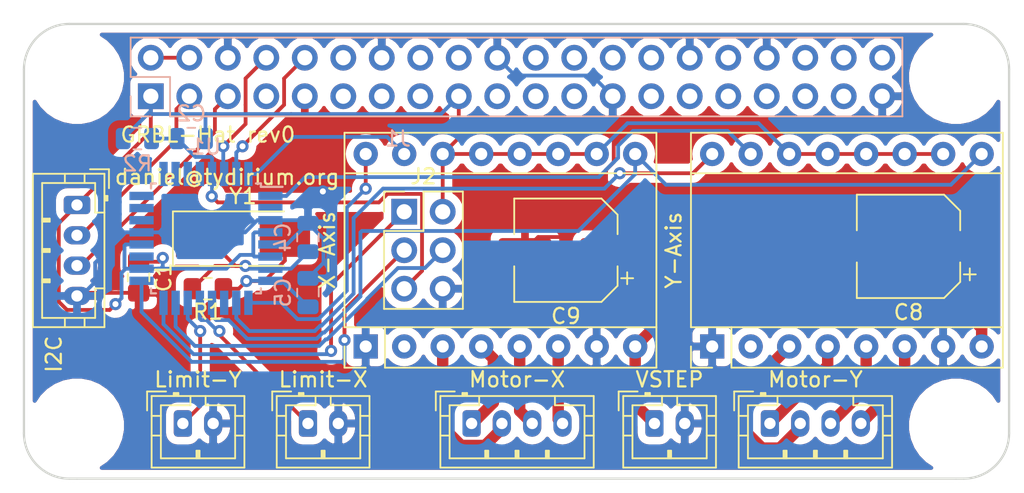
<source format=kicad_pcb>
(kicad_pcb (version 20171130) (host pcbnew "(5.1.4-0-10_14)")
  (title_block (title "Raspberry Pi Zero (W) uHAT Template Board") (date 2019-02-28) (rev 1.0) (comment 1 "This PCB design is licensed under MIT Open Source License."))
  (layers (0 F.Cu signal) (31 B.Cu signal) (34 B.Paste user) (35 F.Paste user) (36 B.SilkS user) (37 F.SilkS user) (38 B.Mask user) (39 F.Mask user) (44 Edge.Cuts user))
  (net 0 "")
  (net 1 +3V3)
  (net 2 +5V)
  (net 3 GND)
  (net 4 /GPIO4_GPIO_GCLK)
  (net 5 /GPIO17_GEN0)
  (net 6 /GPIO18_GEN1)
  (net 7 /GPIO27_GEN2)
  (net 8 /GPIO22_GEN3)
  (net 9 /GPIO23_GEN4)
  (net 10 /GPIO24_GEN5)
  (net 11 /GPIO10_SPI_MOSI)
  (net 12 /GPIO9_SPI_MISO)
  (net 13 /GPIO25_GEN6)
  (net 14 /GPIO11_SPI_SCLK)
  (net 15 /GPIO8_SPI_CE0_N)
  (net 16 /GPIO7_SPI_CE1_N)
  (net 17 /ID_SD)
  (net 18 /ID_SC)
  (net 19 /GPIO5)
  (net 20 /GPIO6)
  (net 21 /GPIO12)
  (net 22 /GPIO13)
  (net 23 /GPIO19)
  (net 24 /GPIO16)
  (net 25 /GPIO26)
  (net 26 /GPIO20)
  (net 27 /GPIO21)
  (net 28 DIRX)
  (net 29 "Net-(A1-Pad8)")
  (net 30 STEPX)
  (net 31 "Net-(A1-Pad6)")
  (net 32 "Net-(A1-Pad5)")
  (net 33 "Net-(A1-Pad4)")
  (net 34 "Net-(A1-Pad3)")
  (net 35 "Net-(A1-Pad2)")
  (net 36 EN)
  (net 37 "Net-(A2-Pad2)")
  (net 38 "Net-(A2-Pad3)")
  (net 39 "Net-(A2-Pad4)")
  (net 40 "Net-(A2-Pad5)")
  (net 41 "Net-(A2-Pad6)")
  (net 42 STEPY)
  (net 43 DIRY)
  (net 44 RESET)
  (net 45 "Net-(C4-Pad2)")
  (net 46 "Net-(C5-Pad2)")
  (net 47 RXD)
  (net 48 TXD)
  (net 49 MISO)
  (net 50 SCK)
  (net 51 MOSI)
  (net 52 LIMITX)
  (net 53 LIMITY)
  (net 54 "Net-(U1-Pad2)")
  (net 55 "Net-(U1-Pad11)")
  (net 56 "Net-(U1-Pad19)")
  (net 57 "Net-(U1-Pad22)")
  (net 58 "Net-(U1-Pad23)")
  (net 59 "Net-(U1-Pad24)")
  (net 60 "Net-(U1-Pad25)")
  (net 61 "Net-(U1-Pad26)")
  (net 62 "Net-(U1-Pad27)")
  (net 63 "Net-(U1-Pad28)")
  (net 64 SDA)
  (net 65 SCL)
  (module Capacitor_SMD:CP_Elec_6.3x7.7 (layer F.Cu) (at 153.29 105.998 180)
    (fp_text reference C9 (at 0 -4.35) (layer F.SilkS))
    (fp_text value 100u)
    (pad 1 smd roundrect (at -2.7 0 180) (size 3.5 1.6) (layers F.Cu F.Paste F.Mask) (roundrect_rratio 0.15625) (net 29 "Net-(A1-Pad8)"))
    (pad 2 smd roundrect (at 2.7 0 180) (size 3.5 1.6) (layers F.Cu F.Paste F.Mask) (roundrect_rratio 0.15625) (net 3 GND))
  )
  (module Module:Pololu_Breakout-16_15.2x20.3mm (layer F.Cu) (at 140.082 112.348 90)
    (fp_text reference X-Axis (at 6.35 -2.54 90) (layer F.SilkS))
    (fp_text value X-axis)
    (pad 16 thru_hole oval (at 12.7 0 90) (size 1.6 1.6) (drill 0.8) (layers *.Cu *.Mask) (net 28 DIRX))
    (pad 8 thru_hole oval (at 0 17.78 90) (size 1.6 1.6) (drill 0.8) (layers *.Cu *.Mask) (net 29 "Net-(A1-Pad8)"))
    (pad 15 thru_hole oval (at 12.7 2.54 90) (size 1.6 1.6) (drill 0.8) (layers *.Cu *.Mask) (net 30 STEPX))
    (pad 7 thru_hole oval (at 0 15.24 90) (size 1.6 1.6) (drill 0.8) (layers *.Cu *.Mask) (net 3 GND))
    (pad 14 thru_hole oval (at 12.7 5.08 90) (size 1.6 1.6) (drill 0.8) (layers *.Cu *.Mask) (net 1 +3V3))
    (pad 6 thru_hole oval (at 0 12.7 90) (size 1.6 1.6) (drill 0.8) (layers *.Cu *.Mask) (net 31 "Net-(A1-Pad6)"))
    (pad 13 thru_hole oval (at 12.7 7.62 90) (size 1.6 1.6) (drill 0.8) (layers *.Cu *.Mask) (net 1 +3V3))
    (pad 5 thru_hole oval (at 0 10.16 90) (size 1.6 1.6) (drill 0.8) (layers *.Cu *.Mask) (net 32 "Net-(A1-Pad5)"))
    (pad 12 thru_hole oval (at 12.7 10.16 90) (size 1.6 1.6) (drill 0.8) (layers *.Cu *.Mask) (net 1 +3V3))
    (pad 4 thru_hole oval (at 0 7.62 90) (size 1.6 1.6) (drill 0.8) (layers *.Cu *.Mask) (net 33 "Net-(A1-Pad4)"))
    (pad 11 thru_hole oval (at 12.7 12.7 90) (size 1.6 1.6) (drill 0.8) (layers *.Cu *.Mask) (net 1 +3V3))
    (pad 3 thru_hole oval (at 0 5.08 90) (size 1.6 1.6) (drill 0.8) (layers *.Cu *.Mask) (net 34 "Net-(A1-Pad3)"))
    (pad 10 thru_hole oval (at 12.7 15.24 90) (size 1.6 1.6) (drill 0.8) (layers *.Cu *.Mask) (net 1 +3V3))
    (pad 2 thru_hole oval (at 0 2.54 90) (size 1.6 1.6) (drill 0.8) (layers *.Cu *.Mask) (net 35 "Net-(A1-Pad2)"))
    (pad 9 thru_hole oval (at 12.7 17.78 90) (size 1.6 1.6) (drill 0.8) (layers *.Cu *.Mask) (net 36 EN))
    (pad 1 thru_hole rect (at 0 0 90) (size 1.6 1.6) (drill 0.8) (layers *.Cu *.Mask) (net 3 GND))
  )
  (module Connector_PinHeader_2.54mm:PinHeader_2x03_P2.54mm_Vertical (layer F.Cu) (at 142.622 103.458)
    (fp_text reference J2 (at 1.27 -2.33) (layer F.SilkS))
    (fp_text value ISP)
    (pad 1 thru_hole rect (at 0 0) (size 1.7 1.7) (drill 1) (layers *.Cu *.Mask) (net 49 MISO))
    (pad 2 thru_hole oval (at 2.54 0) (size 1.7 1.7) (drill 1) (layers *.Cu *.Mask) (net 1 +3V3))
    (pad 3 thru_hole oval (at 0 2.54) (size 1.7 1.7) (drill 1) (layers *.Cu *.Mask) (net 50 SCK))
    (pad 4 thru_hole oval (at 2.54 2.54) (size 1.7 1.7) (drill 1) (layers *.Cu *.Mask) (net 51 MOSI))
    (pad 5 thru_hole oval (at 0 5.08) (size 1.7 1.7) (drill 1) (layers *.Cu *.Mask) (net 44 RESET))
    (pad 6 thru_hole oval (at 2.54 5.08) (size 1.7 1.7) (drill 1) (layers *.Cu *.Mask) (net 3 GND))
  )
  (module Module:Pololu_Breakout-16_15.2x20.3mm (layer F.Cu) (at 162.942 112.348 90)
    (fp_text reference Y-Axis (at 6.35 -2.54 90) (layer F.SilkS))
    (fp_text value Y-axis)
    (pad 1 thru_hole rect (at 0 0 90) (size 1.6 1.6) (drill 0.8) (layers *.Cu *.Mask) (net 3 GND))
    (pad 9 thru_hole oval (at 12.7 17.78 90) (size 1.6 1.6) (drill 0.8) (layers *.Cu *.Mask) (net 36 EN))
    (pad 2 thru_hole oval (at 0 2.54 90) (size 1.6 1.6) (drill 0.8) (layers *.Cu *.Mask) (net 37 "Net-(A2-Pad2)"))
    (pad 10 thru_hole oval (at 12.7 15.24 90) (size 1.6 1.6) (drill 0.8) (layers *.Cu *.Mask) (net 1 +3V3))
    (pad 3 thru_hole oval (at 0 5.08 90) (size 1.6 1.6) (drill 0.8) (layers *.Cu *.Mask) (net 38 "Net-(A2-Pad3)"))
    (pad 11 thru_hole oval (at 12.7 12.7 90) (size 1.6 1.6) (drill 0.8) (layers *.Cu *.Mask) (net 1 +3V3))
    (pad 4 thru_hole oval (at 0 7.62 90) (size 1.6 1.6) (drill 0.8) (layers *.Cu *.Mask) (net 39 "Net-(A2-Pad4)"))
    (pad 12 thru_hole oval (at 12.7 10.16 90) (size 1.6 1.6) (drill 0.8) (layers *.Cu *.Mask) (net 1 +3V3))
    (pad 5 thru_hole oval (at 0 10.16 90) (size 1.6 1.6) (drill 0.8) (layers *.Cu *.Mask) (net 40 "Net-(A2-Pad5)"))
    (pad 13 thru_hole oval (at 12.7 7.62 90) (size 1.6 1.6) (drill 0.8) (layers *.Cu *.Mask) (net 1 +3V3))
    (pad 6 thru_hole oval (at 0 12.7 90) (size 1.6 1.6) (drill 0.8) (layers *.Cu *.Mask) (net 41 "Net-(A2-Pad6)"))
    (pad 14 thru_hole oval (at 12.7 5.08 90) (size 1.6 1.6) (drill 0.8) (layers *.Cu *.Mask) (net 1 +3V3))
    (pad 7 thru_hole oval (at 0 15.24 90) (size 1.6 1.6) (drill 0.8) (layers *.Cu *.Mask) (net 3 GND))
    (pad 15 thru_hole oval (at 12.7 2.54 90) (size 1.6 1.6) (drill 0.8) (layers *.Cu *.Mask) (net 42 STEPY))
    (pad 8 thru_hole oval (at 0 17.78 90) (size 1.6 1.6) (drill 0.8) (layers *.Cu *.Mask) (net 29 "Net-(A1-Pad8)"))
    (pad 16 thru_hole oval (at 12.7 0 90) (size 1.6 1.6) (drill 0.8) (layers *.Cu *.Mask) (net 43 DIRY))
  )
  (module Connector_JST:JST_PH_B4B-PH-K_1x04_P2.00mm_Vertical (layer F.Cu) (at 147.067 117.428)
    (fp_text reference Motor-X (at 3 -2.9) (layer F.SilkS))
    (fp_text value MOTOR_X)
    (pad 4 thru_hole oval (at 6 0) (size 1.2 1.75) (drill 0.75) (layers *.Cu *.Mask) (net 31 "Net-(A1-Pad6)"))
    (pad 3 thru_hole oval (at 4 0) (size 1.2 1.75) (drill 0.75) (layers *.Cu *.Mask) (net 32 "Net-(A1-Pad5)"))
    (pad 2 thru_hole oval (at 2 0) (size 1.2 1.75) (drill 0.75) (layers *.Cu *.Mask) (net 34 "Net-(A1-Pad3)"))
    (pad 1 thru_hole roundrect (at 0 0) (size 1.2 1.75) (drill 0.75) (layers *.Cu *.Mask) (roundrect_rratio 0.208333) (net 33 "Net-(A1-Pad4)"))
  )
  (module lib:PinSocket_2x20_P2.54mm_Vertical_Centered_Anchor (layer B.Cu) (at 125.902 95.838 270)
    (fp_text reference J1 (at 2.8 -16.3) (layer B.SilkS) (effects (justify mirror)))
    (fp_text value GPIO_CONNECTOR)
    (pad 1 thru_hole rect (at 0 0 270) (size 1.7 1.7) (drill 1) (layers *.Cu *.Mask) (net 1 +3V3))
    (pad 2 thru_hole oval (at -2.54 0 270) (size 1.7 1.7) (drill 1) (layers *.Cu *.Mask) (net 2 +5V))
    (pad 3 thru_hole oval (at 0 -2.54 270) (size 1.7 1.7) (drill 1) (layers *.Cu *.Mask) (net 64 SDA))
    (pad 4 thru_hole oval (at -2.54 -2.54 270) (size 1.7 1.7) (drill 1) (layers *.Cu *.Mask) (net 2 +5V))
    (pad 5 thru_hole oval (at 0 -5.08 270) (size 1.7 1.7) (drill 1) (layers *.Cu *.Mask) (net 65 SCL))
    (pad 6 thru_hole oval (at -2.54 -5.08 270) (size 1.7 1.7) (drill 1) (layers *.Cu *.Mask) (net 3 GND))
    (pad 7 thru_hole oval (at 0 -7.62 270) (size 1.7 1.7) (drill 1) (layers *.Cu *.Mask) (net 4 /GPIO4_GPIO_GCLK))
    (pad 8 thru_hole oval (at -2.54 -7.62 270) (size 1.7 1.7) (drill 1) (layers *.Cu *.Mask) (net 47 RXD))
    (pad 9 thru_hole oval (at 0 -10.16 270) (size 1.7 1.7) (drill 1) (layers *.Cu *.Mask) (net 3 GND))
    (pad 10 thru_hole oval (at -2.54 -10.16 270) (size 1.7 1.7) (drill 1) (layers *.Cu *.Mask) (net 48 TXD))
    (pad 11 thru_hole oval (at 0 -12.7 270) (size 1.7 1.7) (drill 1) (layers *.Cu *.Mask) (net 5 /GPIO17_GEN0))
    (pad 12 thru_hole oval (at -2.54 -12.7 270) (size 1.7 1.7) (drill 1) (layers *.Cu *.Mask) (net 6 /GPIO18_GEN1))
    (pad 13 thru_hole oval (at 0 -15.24 270) (size 1.7 1.7) (drill 1) (layers *.Cu *.Mask) (net 7 /GPIO27_GEN2))
    (pad 14 thru_hole oval (at -2.54 -15.24 270) (size 1.7 1.7) (drill 1) (layers *.Cu *.Mask) (net 3 GND))
    (pad 15 thru_hole oval (at 0 -17.78 270) (size 1.7 1.7) (drill 1) (layers *.Cu *.Mask) (net 8 /GPIO22_GEN3))
    (pad 16 thru_hole oval (at -2.54 -17.78 270) (size 1.7 1.7) (drill 1) (layers *.Cu *.Mask) (net 9 /GPIO23_GEN4))
    (pad 17 thru_hole oval (at 0 -20.32 270) (size 1.7 1.7) (drill 1) (layers *.Cu *.Mask) (net 1 +3V3))
    (pad 18 thru_hole oval (at -2.54 -20.32 270) (size 1.7 1.7) (drill 1) (layers *.Cu *.Mask) (net 10 /GPIO24_GEN5))
    (pad 19 thru_hole oval (at 0 -22.86 270) (size 1.7 1.7) (drill 1) (layers *.Cu *.Mask) (net 11 /GPIO10_SPI_MOSI))
    (pad 20 thru_hole oval (at -2.54 -22.86 270) (size 1.7 1.7) (drill 1) (layers *.Cu *.Mask) (net 3 GND))
    (pad 21 thru_hole oval (at 0 -25.4 270) (size 1.7 1.7) (drill 1) (layers *.Cu *.Mask) (net 12 /GPIO9_SPI_MISO))
    (pad 22 thru_hole oval (at -2.54 -25.4 270) (size 1.7 1.7) (drill 1) (layers *.Cu *.Mask) (net 13 /GPIO25_GEN6))
    (pad 23 thru_hole oval (at 0 -27.94 270) (size 1.7 1.7) (drill 1) (layers *.Cu *.Mask) (net 14 /GPIO11_SPI_SCLK))
    (pad 24 thru_hole oval (at -2.54 -27.94 270) (size 1.7 1.7) (drill 1) (layers *.Cu *.Mask) (net 15 /GPIO8_SPI_CE0_N))
    (pad 25 thru_hole oval (at 0 -30.48 270) (size 1.7 1.7) (drill 1) (layers *.Cu *.Mask) (net 3 GND))
    (pad 26 thru_hole oval (at -2.54 -30.48 270) (size 1.7 1.7) (drill 1) (layers *.Cu *.Mask) (net 16 /GPIO7_SPI_CE1_N))
    (pad 27 thru_hole oval (at 0 -33.02 270) (size 1.7 1.7) (drill 1) (layers *.Cu *.Mask) (net 17 /ID_SD))
    (pad 28 thru_hole oval (at -2.54 -33.02 270) (size 1.7 1.7) (drill 1) (layers *.Cu *.Mask) (net 18 /ID_SC))
    (pad 29 thru_hole oval (at 0 -35.56 270) (size 1.7 1.7) (drill 1) (layers *.Cu *.Mask) (net 19 /GPIO5))
    (pad 30 thru_hole oval (at -2.54 -35.56 270) (size 1.7 1.7) (drill 1) (layers *.Cu *.Mask) (net 3 GND))
    (pad 31 thru_hole oval (at 0 -38.1 270) (size 1.7 1.7) (drill 1) (layers *.Cu *.Mask) (net 20 /GPIO6))
    (pad 32 thru_hole oval (at -2.54 -38.1 270) (size 1.7 1.7) (drill 1) (layers *.Cu *.Mask) (net 21 /GPIO12))
    (pad 33 thru_hole oval (at 0 -40.64 270) (size 1.7 1.7) (drill 1) (layers *.Cu *.Mask) (net 22 /GPIO13))
    (pad 34 thru_hole oval (at -2.54 -40.64 270) (size 1.7 1.7) (drill 1) (layers *.Cu *.Mask) (net 3 GND))
    (pad 35 thru_hole oval (at 0 -43.18 270) (size 1.7 1.7) (drill 1) (layers *.Cu *.Mask) (net 23 /GPIO19))
    (pad 36 thru_hole oval (at -2.54 -43.18 270) (size 1.7 1.7) (drill 1) (layers *.Cu *.Mask) (net 24 /GPIO16))
    (pad 37 thru_hole oval (at 0 -45.72 270) (size 1.7 1.7) (drill 1) (layers *.Cu *.Mask) (net 25 /GPIO26))
    (pad 38 thru_hole oval (at -2.54 -45.72 270) (size 1.7 1.7) (drill 1) (layers *.Cu *.Mask) (net 26 /GPIO20))
    (pad 39 thru_hole oval (at 0 -48.26 270) (size 1.7 1.7) (drill 1) (layers *.Cu *.Mask) (net 3 GND))
    (pad 40 thru_hole oval (at -2.54 -48.26 270) (size 1.7 1.7) (drill 1) (layers *.Cu *.Mask) (net 27 /GPIO21))
  )
  (module lib:MountingHole_2.7mm_M2.5_uHAT_RPi (layer F.Cu) (at 121.032 94.568)
    (fp_text reference H1 hide)
    (fp_text value MountingHole hide)
    (pad "" np_thru_hole circle (at 0 0) (size 2.7 2.7) (drill 2.7) (layers *.Cu *.Mask) (clearance 1.75))
  )
  (module lib:MountingHole_2.7mm_M2.5_uHAT_RPi (layer F.Cu) (at 179.032 94.568)
    (fp_text reference H2 hide)
    (fp_text value MountingHole hide)
    (pad "" np_thru_hole circle (at 0 0) (size 2.7 2.7) (drill 2.7) (layers *.Cu *.Mask) (clearance 1.75))
  )
  (module lib:MountingHole_2.7mm_M2.5_uHAT_RPi (layer F.Cu) (at 179.032 117.568)
    (fp_text reference H3 hide)
    (fp_text value MountingHole hide)
    (pad "" np_thru_hole circle (at 0 0) (size 2.7 2.7) (drill 2.7) (layers *.Cu *.Mask) (clearance 1.75))
  )
  (module lib:MountingHole_2.7mm_M2.5_uHAT_RPi (layer F.Cu) (at 121.032 117.568)
    (fp_text reference H4 hide)
    (fp_text value MountingHole hide)
    (pad "" np_thru_hole circle (at 0 0) (size 2.7 2.7) (drill 2.7) (layers *.Cu *.Mask) (clearance 1.75))
  )
  (module Capacitor_SMD:C_0805_2012Metric (layer B.Cu) (at 128.5735 98.632 180)
    (fp_text reference C2 (at 0 1.65) (layer B.SilkS) (effects (justify mirror)))
    (fp_text value 100n)
    (pad 2 smd roundrect (at 0.9375 0 180) (size 0.975 1.4) (layers B.Cu B.Paste B.Mask) (net 44 RESET))
    (pad 1 smd roundrect (at -0.9375 0 180) (size 0.975 1.4) (layers B.Cu B.Paste B.Mask) (net 1 +3V3))
  )
  (module Capacitor_SMD:C_0805_2012Metric (layer B.Cu) (at 136.272 105.1575 270)
    (fp_text reference C4 (at 0 1.65 90) (layer B.SilkS) (effects (justify mirror)))
    (fp_text value 33p)
    (pad 1 smd roundrect (at -0.9375 0 270) (size 0.975 1.4) (layers B.Cu B.Paste B.Mask) (net 3 GND))
    (pad 2 smd roundrect (at 0.9375 0 270) (size 0.975 1.4) (layers B.Cu B.Paste B.Mask) (net 45 "Net-(C4-Pad2)"))
  )
  (module Capacitor_SMD:C_0805_2012Metric (layer B.Cu) (at 136.272 108.792 270)
    (fp_text reference C5 (at 0 1.65 270) (layer B.SilkS) (effects (justify mirror)))
    (fp_text value 33p)
    (pad 2 smd roundrect (at 0.9375 0 270) (size 0.975 1.4) (layers B.Cu B.Paste B.Mask) (net 46 "Net-(C5-Pad2)"))
    (pad 1 smd roundrect (at -0.9375 0 270) (size 0.975 1.4) (layers B.Cu B.Paste B.Mask) (net 3 GND))
  )
  (module Capacitor_SMD:CP_Elec_6.3x7.7 (layer F.Cu) (at 175.896 105.744 180)
    (fp_text reference C8 (at 0 -4.35) (layer F.SilkS))
    (fp_text value 100u)
    (pad 1 smd roundrect (at -2.7 0 180) (size 3.5 1.6) (layers F.Cu F.Paste F.Mask) (roundrect_rratio 0.15625) (net 29 "Net-(A1-Pad8)"))
    (pad 2 smd roundrect (at 2.7 0 180) (size 3.5 1.6) (layers F.Cu F.Paste F.Mask) (roundrect_rratio 0.15625) (net 3 GND))
  )
  (module Connector_JST:JST_PH_B2B-PH-K_1x02_P2.00mm_Vertical (layer F.Cu) (at 136.272 117.428)
    (fp_text reference Limit-X (at 1 -2.9) (layer F.SilkS))
    (fp_text value LIMIT_X)
    (pad 2 thru_hole oval (at 2 0) (size 1.2 1.75) (drill 0.75) (layers *.Cu *.Mask) (net 3 GND))
    (pad 1 thru_hole roundrect (at 0 0) (size 1.2 1.75) (drill 0.75) (layers *.Cu *.Mask) (roundrect_rratio 0.208333) (net 52 LIMITX))
  )
  (module Connector_JST:JST_PH_B2B-PH-K_1x02_P2.00mm_Vertical (layer F.Cu) (at 128.017 117.428)
    (fp_text reference Limit-Y (at 1 -2.9) (layer F.SilkS))
    (fp_text value LIMIT_Y)
    (pad 1 thru_hole roundrect (at 0 0) (size 1.2 1.75) (drill 0.75) (layers *.Cu *.Mask) (roundrect_rratio 0.208333) (net 53 LIMITY))
    (pad 2 thru_hole oval (at 2 0) (size 1.2 1.75) (drill 0.75) (layers *.Cu *.Mask) (net 3 GND))
  )
  (module Connector_JST:JST_PH_B2B-PH-K_1x02_P2.00mm_Vertical (layer F.Cu) (at 159.132 117.428)
    (fp_text reference VSTEP (at 1 -2.9) (layer F.SilkS))
    (fp_text value VMOT)
    (pad 1 thru_hole roundrect (at 0 0) (size 1.2 1.75) (drill 0.75) (layers *.Cu *.Mask) (roundrect_rratio 0.208333) (net 29 "Net-(A1-Pad8)"))
    (pad 2 thru_hole oval (at 2 0) (size 1.2 1.75) (drill 0.75) (layers *.Cu *.Mask) (net 3 GND))
  )
  (module Connector_JST:JST_PH_B4B-PH-K_1x04_P2.00mm_Vertical (layer F.Cu) (at 166.752 117.428)
    (fp_text reference Motor-Y (at 3 -2.9) (layer F.SilkS))
    (fp_text value MOTOR_Y)
    (pad 1 thru_hole roundrect (at 0 0) (size 1.2 1.75) (drill 0.75) (layers *.Cu *.Mask) (roundrect_rratio 0.208333) (net 39 "Net-(A2-Pad4)"))
    (pad 2 thru_hole oval (at 2 0) (size 1.2 1.75) (drill 0.75) (layers *.Cu *.Mask) (net 38 "Net-(A2-Pad3)"))
    (pad 3 thru_hole oval (at 4 0) (size 1.2 1.75) (drill 0.75) (layers *.Cu *.Mask) (net 40 "Net-(A2-Pad5)"))
    (pad 4 thru_hole oval (at 6 0) (size 1.2 1.75) (drill 0.75) (layers *.Cu *.Mask) (net 41 "Net-(A2-Pad6)"))
  )
  (module Resistor_SMD:R_0805_2012Metric (layer B.Cu) (at 125.0175 98.632)
    (fp_text reference R2 (at 0 1.65) (layer B.SilkS) (effects (justify mirror)))
    (fp_text value 10K)
    (pad 1 smd roundrect (at -0.9375 0) (size 0.975 1.4) (layers B.Cu B.Paste B.Mask) (net 1 +3V3))
    (pad 2 smd roundrect (at 0.9375 0) (size 0.975 1.4) (layers B.Cu B.Paste B.Mask) (net 44 RESET))
  )
  (module Package_QFP:TQFP-32_7x7mm_P0.8mm (layer B.Cu) (at 129.541 105.217 180)
    (fp_text reference U1 (at 0 6.05 180) (layer B.SilkS) (effects (justify mirror)))
    (fp_text value ATmega328P-AU)
    (pad 1 smd rect (at -4.25 2.8 180) (size 1.6 0.55) (layers B.Cu B.Paste B.Mask) (net 42 STEPY))
    (pad 2 smd rect (at -4.25 2 180) (size 1.6 0.55) (layers B.Cu B.Paste B.Mask) (net 54 "Net-(U1-Pad2)"))
    (pad 3 smd rect (at -4.25 1.2 180) (size 1.6 0.55) (layers B.Cu B.Paste B.Mask) (net 3 GND))
    (pad 4 smd rect (at -4.25 0.4 180) (size 1.6 0.55) (layers B.Cu B.Paste B.Mask) (net 1 +3V3))
    (pad 5 smd rect (at -4.25 -0.4 180) (size 1.6 0.55) (layers B.Cu B.Paste B.Mask) (net 3 GND))
    (pad 6 smd rect (at -4.25 -1.2 180) (size 1.6 0.55) (layers B.Cu B.Paste B.Mask) (net 1 +3V3))
    (pad 7 smd rect (at -4.25 -2 180) (size 1.6 0.55) (layers B.Cu B.Paste B.Mask) (net 45 "Net-(C4-Pad2)"))
    (pad 8 smd rect (at -4.25 -2.8 180) (size 1.6 0.55) (layers B.Cu B.Paste B.Mask) (net 46 "Net-(C5-Pad2)"))
    (pad 9 smd rect (at -2.8 -4.25 90) (size 1.6 0.55) (layers B.Cu B.Paste B.Mask) (net 28 DIRX))
    (pad 10 smd rect (at -2 -4.25 90) (size 1.6 0.55) (layers B.Cu B.Paste B.Mask) (net 43 DIRY))
    (pad 11 smd rect (at -1.2 -4.25 90) (size 1.6 0.55) (layers B.Cu B.Paste B.Mask) (net 55 "Net-(U1-Pad11)"))
    (pad 12 smd rect (at -0.4 -4.25 90) (size 1.6 0.55) (layers B.Cu B.Paste B.Mask) (net 36 EN))
    (pad 13 smd rect (at 0.4 -4.25 90) (size 1.6 0.55) (layers B.Cu B.Paste B.Mask) (net 52 LIMITX))
    (pad 14 smd rect (at 1.2 -4.25 90) (size 1.6 0.55) (layers B.Cu B.Paste B.Mask) (net 53 LIMITY))
    (pad 15 smd rect (at 2 -4.25 90) (size 1.6 0.55) (layers B.Cu B.Paste B.Mask) (net 51 MOSI))
    (pad 16 smd rect (at 2.8 -4.25 90) (size 1.6 0.55) (layers B.Cu B.Paste B.Mask) (net 49 MISO))
    (pad 17 smd rect (at 4.25 -2.8 180) (size 1.6 0.55) (layers B.Cu B.Paste B.Mask) (net 50 SCK))
    (pad 18 smd rect (at 4.25 -2 180) (size 1.6 0.55) (layers B.Cu B.Paste B.Mask) (net 1 +3V3))
    (pad 19 smd rect (at 4.25 -1.2 180) (size 1.6 0.55) (layers B.Cu B.Paste B.Mask) (net 56 "Net-(U1-Pad19)"))
    (pad 20 smd rect (at 4.25 -0.4 180) (size 1.6 0.55) (layers B.Cu B.Paste B.Mask) (net 1 +3V3))
    (pad 21 smd rect (at 4.25 0.4 180) (size 1.6 0.55) (layers B.Cu B.Paste B.Mask) (net 3 GND))
    (pad 22 smd rect (at 4.25 1.2 180) (size 1.6 0.55) (layers B.Cu B.Paste B.Mask) (net 57 "Net-(U1-Pad22)"))
    (pad 23 smd rect (at 4.25 2 180) (size 1.6 0.55) (layers B.Cu B.Paste B.Mask) (net 58 "Net-(U1-Pad23)"))
    (pad 24 smd rect (at 4.25 2.8 180) (size 1.6 0.55) (layers B.Cu B.Paste B.Mask) (net 59 "Net-(U1-Pad24)"))
    (pad 25 smd rect (at 2.8 4.25 90) (size 1.6 0.55) (layers B.Cu B.Paste B.Mask) (net 60 "Net-(U1-Pad25)"))
    (pad 26 smd rect (at 2 4.25 90) (size 1.6 0.55) (layers B.Cu B.Paste B.Mask) (net 61 "Net-(U1-Pad26)"))
    (pad 27 smd rect (at 1.2 4.25 90) (size 1.6 0.55) (layers B.Cu B.Paste B.Mask) (net 62 "Net-(U1-Pad27)"))
    (pad 28 smd rect (at 0.4 4.25 90) (size 1.6 0.55) (layers B.Cu B.Paste B.Mask) (net 63 "Net-(U1-Pad28)"))
    (pad 29 smd rect (at -0.4 4.25 90) (size 1.6 0.55) (layers B.Cu B.Paste B.Mask) (net 44 RESET))
    (pad 30 smd rect (at -1.2 4.25 90) (size 1.6 0.55) (layers B.Cu B.Paste B.Mask) (net 47 RXD))
    (pad 31 smd rect (at -2 4.25 90) (size 1.6 0.55) (layers B.Cu B.Paste B.Mask) (net 48 TXD))
    (pad 32 smd rect (at -2.8 4.25 90) (size 1.6 0.55) (layers B.Cu B.Paste B.Mask) (net 30 STEPX))
  )
  (module Connector_JST:JST_PH_B4B-PH-K_1x04_P2.00mm_Vertical (layer F.Cu) (at 121.032 103.014 270)
    (fp_text reference I2C (at 9.842 1.524 90) (layer F.SilkS))
    (fp_text value I2C)
    (pad 1 thru_hole roundrect (at 0 0 270) (size 1.2 1.75) (drill 0.75) (layers *.Cu *.Mask) (roundrect_rratio 0.208333) (net 1 +3V3))
    (pad 2 thru_hole oval (at 2 0 270) (size 1.2 1.75) (drill 0.75) (layers *.Cu *.Mask) (net 64 SDA))
    (pad 3 thru_hole oval (at 4 0 270) (size 1.2 1.75) (drill 0.75) (layers *.Cu *.Mask) (net 65 SCL))
    (pad 4 thru_hole oval (at 6 0 270) (size 1.2 1.75) (drill 0.75) (layers *.Cu *.Mask) (net 3 GND))
  )
  (module Crystal:Crystal_SMD_Abracon_ABM3-2Pin_5.0x3.2mm_HandSoldering (layer F.Cu) (at 131.9855 105.236)
    (fp_text reference Y1 (at 0 -2.8) (layer F.SilkS))
    (fp_text value 16MHz)
    (pad 1 smd rect (at -2.7625 0) (size 3.325 2.4) (layers F.Cu F.Paste F.Mask) (net 45 "Net-(C4-Pad2)"))
    (pad 2 smd rect (at 2.7625 0) (size 3.325 2.4) (layers F.Cu F.Paste F.Mask) (net 46 "Net-(C5-Pad2)"))
  )
  (module Capacitor_SMD:C_0805_2012Metric_Pad1.15x1.40mm_HandSolder (layer F.Cu) (at 125.096 107.785 270)
    (fp_text reference C1 (at 0 -1.65 90) (layer F.SilkS))
    (fp_text value 100n)
    (pad 1 smd roundrect (at -1.025 0 270) (size 1.15 1.4) (layers F.Cu F.Paste F.Mask) (roundrect_rratio 0.217391) (net 1 +3V3))
    (pad 2 smd roundrect (at 1.025 0 270) (size 1.15 1.4) (layers F.Cu F.Paste F.Mask) (roundrect_rratio 0.217391) (net 3 GND))
  )
  (module Resistor_SMD:R_0805_2012Metric_Pad1.15x1.40mm_HandSolder (layer F.Cu) (at 129.668 108.538)
    (fp_text reference R1 (at 0 1.524) (layer F.SilkS))
    (fp_text value 1M)
    (pad 1 smd roundrect (at -1.025 0) (size 1.15 1.4) (layers F.Cu F.Paste F.Mask) (roundrect_rratio 0.217391) (net 45 "Net-(C4-Pad2)"))
    (pad 2 smd roundrect (at 1.025 0) (size 1.15 1.4) (layers F.Cu F.Paste F.Mask) (roundrect_rratio 0.217391) (net 46 "Net-(C5-Pad2)"))
  )
  (gr_text daniel@tydirium.org (at 130.938 101.172) (layer F.SilkS) (effects (font (size 1 1))))
  (gr_text "GRBL-Hat rev0" (at 129.668 98.378) (layer F.SilkS) (effects (font (size 1 1))))
  (gr_line (start 121.032 121.068) (end 120.532 121.068) (layer Edge.Cuts) (width 0.15))
  (gr_line (start 179.032 121.068) (end 179.532 121.068) (layer Edge.Cuts) (width 0.15))
  (gr_line (start 182.532 94.068) (end 182.532 118.068) (layer Edge.Cuts) (width 0.15))
  (gr_line (start 120.532 91.068) (end 179.532 91.068) (layer Edge.Cuts) (width 0.15))
  (gr_line (start 117.532 118.068) (end 117.532 94.068) (layer Edge.Cuts) (width 0.15))
  (gr_arc (start 120.532 94.068) (end 120.532 91.068) (angle -90) (layer Edge.Cuts) (width 0.15))
  (gr_arc (start 120.532 118.068) (end 117.532 118.068) (angle -90) (layer Edge.Cuts) (width 0.15))
  (gr_arc (start 179.532 118.068) (end 179.532 121.068) (angle -90) (layer Edge.Cuts) (width 0.15))
  (gr_arc (start 179.532 94.068) (end 182.532 94.068) (angle -90) (layer Edge.Cuts) (width 0.15))
  (gr_line (start 121.032 121.068) (end 179.032 121.068) (layer Edge.Cuts) (width 0.15))
  (segment (start 168.022 99.648) (end 170.562 99.648) (width 0.25) (layer F.Cu) (net 1))
  (segment (start 147.702 99.648) (end 145.162 99.648) (width 0.25) (layer F.Cu) (net 1))
  (segment (start 146.222 98.588) (end 146.222 95.838) (width 0.25) (layer F.Cu) (net 1))
  (segment (start 145.162 99.648) (end 146.222 98.588) (width 0.25) (layer F.Cu) (net 1))
  (segment (start 124.165999 105.692001) (end 124.241 105.617) (width 0.25) (layer B.Cu) (net 1))
  (segment (start 124.241 107.217) (end 124.165999 107.141999) (width 0.25) (layer B.Cu) (net 1))
  (segment (start 145.372001 96.687999) (end 146.222 95.838) (width 0.25) (layer B.Cu) (net 1))
  (segment (start 145.046999 97.013001) (end 145.372001 96.687999) (width 0.25) (layer B.Cu) (net 1))
  (segment (start 125.902 96.938) (end 125.977001 97.013001) (width 0.25) (layer B.Cu) (net 1))
  (segment (start 125.902 95.838) (end 125.902 96.938) (width 0.25) (layer B.Cu) (net 1))
  (segment (start 124.241 105.617) (end 125.291 105.617) (width 0.25) (layer B.Cu) (net 1))
  (segment (start 152.782 99.648) (end 155.322 99.648) (width 0.25) (layer F.Cu) (net 1))
  (segment (start 125.902 98.144) (end 121.032 103.014) (width 0.25) (layer F.Cu) (net 1))
  (segment (start 125.902 95.838) (end 125.902 98.144) (width 0.25) (layer F.Cu) (net 1))
  (segment (start 132.665999 106.341999) (end 132.665999 104.918409) (width 0.25) (layer B.Cu) (net 1))
  (segment (start 132.767408 104.817) (end 133.791 104.817) (width 0.25) (layer B.Cu) (net 1))
  (segment (start 132.665999 104.918409) (end 132.767408 104.817) (width 0.25) (layer B.Cu) (net 1))
  (segment (start 132.741 106.417) (end 132.665999 106.341999) (width 0.25) (layer B.Cu) (net 1))
  (segment (start 170.562 99.648) (end 173.102 99.648) (width 0.25) (layer F.Cu) (net 1))
  (segment (start 173.102 99.648) (end 175.642 99.648) (width 0.25) (layer F.Cu) (net 1))
  (segment (start 175.642 99.648) (end 178.182 99.648) (width 0.25) (layer F.Cu) (net 1))
  (segment (start 129.511 97.075002) (end 129.573001 97.013001) (width 0.25) (layer B.Cu) (net 1))
  (segment (start 129.573001 97.013001) (end 145.046999 97.013001) (width 0.25) (layer B.Cu) (net 1))
  (segment (start 129.511 98.632) (end 129.511 97.075002) (width 0.25) (layer B.Cu) (net 1))
  (segment (start 125.977001 97.013001) (end 129.573001 97.013001) (width 0.25) (layer B.Cu) (net 1))
  (segment (start 125.902 96.81) (end 125.902 95.838) (width 0.25) (layer B.Cu) (net 1))
  (segment (start 124.08 98.632) (end 125.902 96.81) (width 0.25) (layer B.Cu) (net 1))
  (segment (start 124.165999 107.141999) (end 124.165999 105.692001) (width 0.25) (layer B.Cu) (net 1))
  (segment (start 145.162 99.648) (end 145.162 103.458) (width 0.25) (layer F.Cu) (net 1))
  (segment (start 147.702 99.648) (end 150.242 99.648) (width 0.25) (layer F.Cu) (net 1))
  (segment (start 150.242 99.648) (end 152.782 99.648) (width 0.25) (layer F.Cu) (net 1))
  (segment (start 156.121999 98.848001) (end 155.322 99.648) (width 0.25) (layer B.Cu) (net 1))
  (segment (start 157.354 97.616) (end 156.121999 98.848001) (width 0.25) (layer B.Cu) (net 1))
  (segment (start 165.99 97.616) (end 157.354 97.616) (width 0.25) (layer B.Cu) (net 1))
  (segment (start 168.022 99.648) (end 165.99 97.616) (width 0.25) (layer B.Cu) (net 1))
  (segment (start 133.791 106.417) (end 132.741 106.417) (width 0.25) (layer B.Cu) (net 1))
  (segment (start 132.631131 106.307131) (end 131.794543 106.307131) (width 0.25) (layer B.Cu) (net 1))
  (segment (start 131.794543 106.307131) (end 130.884674 107.217) (width 0.25) (layer B.Cu) (net 1))
  (segment (start 132.741 106.417) (end 132.631131 106.307131) (width 0.25) (layer B.Cu) (net 1))
  (segment (start 126.341 107.217) (end 125.291 107.217) (width 0.25) (layer B.Cu) (net 1))
  (via (at 126.691002 106.506) (size 0.8) (drill 0.4) (layers F.Cu B.Cu) (net 1))
  (segment (start 126.437002 106.76) (end 126.691002 106.506) (width 0.25) (layer F.Cu) (net 1))
  (segment (start 125.096 106.76) (end 126.437002 106.76) (width 0.25) (layer F.Cu) (net 1))
  (segment (start 126.691002 107.071685) (end 126.545687 107.217) (width 0.25) (layer B.Cu) (net 1))
  (segment (start 126.691002 106.506) (end 126.691002 107.071685) (width 0.25) (layer B.Cu) (net 1))
  (segment (start 126.545687 107.217) (end 126.417 107.217) (width 0.25) (layer B.Cu) (net 1))
  (segment (start 126.417 107.217) (end 126.341 107.217) (width 0.25) (layer B.Cu) (net 1))
  (segment (start 130.884674 107.217) (end 126.417 107.217) (width 0.25) (layer B.Cu) (net 1))
  (via (at 123.572 109.554) (size 0.8) (drill 0.4) (layers F.Cu B.Cu) (net 1))
  (segment (start 123.18699 109.93901) (end 123.572 109.554) (width 0.25) (layer F.Cu) (net 1))
  (segment (start 120.373849 109.93901) (end 123.18699 109.93901) (width 0.25) (layer F.Cu) (net 1))
  (segment (start 119.83199 109.397151) (end 120.373849 109.93901) (width 0.25) (layer F.Cu) (net 1))
  (segment (start 119.83199 104.21401) (end 119.83199 109.397151) (width 0.25) (layer F.Cu) (net 1))
  (segment (start 121.032 103.014) (end 119.83199 104.21401) (width 0.25) (layer F.Cu) (net 1))
  (segment (start 123.971999 107.486001) (end 124.241 107.217) (width 0.25) (layer B.Cu) (net 1))
  (segment (start 124.241 107.217) (end 125.291 107.217) (width 0.25) (layer B.Cu) (net 1))
  (segment (start 123.971999 109.154001) (end 123.971999 107.486001) (width 0.25) (layer B.Cu) (net 1))
  (segment (start 123.572 109.554) (end 123.971999 109.154001) (width 0.25) (layer B.Cu) (net 1))
  (segment (start 125.902 93.298) (end 128.442 93.298) (width 0.25) (layer F.Cu) (net 2))
  (segment (start 136.018 95.882) (end 136.062 95.838) (width 0.25) (layer F.Cu) (net 3))
  (segment (start 149.611999 94.147999) (end 148.762 93.298) (width 0.25) (layer B.Cu) (net 3))
  (segment (start 149.937001 94.473001) (end 149.611999 94.147999) (width 0.25) (layer B.Cu) (net 3))
  (segment (start 155.017001 94.473001) (end 149.937001 94.473001) (width 0.25) (layer B.Cu) (net 3))
  (segment (start 156.382 95.838) (end 155.017001 94.473001) (width 0.25) (layer B.Cu) (net 3))
  (segment (start 132.930998 104.017) (end 133.791 104.017) (width 0.25) (layer B.Cu) (net 3))
  (segment (start 132.130998 104.817) (end 132.930998 104.017) (width 0.25) (layer B.Cu) (net 3))
  (segment (start 125.291 104.817) (end 132.130998 104.817) (width 0.25) (layer B.Cu) (net 3))
  (segment (start 136.069 104.017) (end 136.272 104.22) (width 0.25) (layer B.Cu) (net 3))
  (segment (start 133.791 104.017) (end 136.069 104.017) (width 0.25) (layer B.Cu) (net 3))
  (segment (start 134.875 105.617) (end 133.791 105.617) (width 0.25) (layer B.Cu) (net 3))
  (segment (start 136.272 104.22) (end 134.875 105.617) (width 0.25) (layer B.Cu) (net 3))
  (segment (start 136.828237 107.298263) (end 136.272 107.8545) (width 0.25) (layer B.Cu) (net 3))
  (segment (start 137.29701 105.24501) (end 137.29701 106.82949) (width 0.25) (layer B.Cu) (net 3))
  (segment (start 137.29701 106.82949) (end 136.828237 107.298263) (width 0.25) (layer B.Cu) (net 3))
  (segment (start 136.272 104.22) (end 137.29701 105.24501) (width 0.25) (layer B.Cu) (net 3))
  (segment (start 125.291 104.817) (end 124.241 104.817) (width 0.25) (layer B.Cu) (net 3))
  (segment (start 124.241 104.817) (end 122.23201 106.82599) (width 0.25) (layer B.Cu) (net 3))
  (segment (start 122.23201 108.08899) (end 121.307 109.014) (width 0.25) (layer B.Cu) (net 3))
  (segment (start 122.23201 106.82599) (end 122.23201 108.08899) (width 0.25) (layer B.Cu) (net 3))
  (segment (start 121.307 109.014) (end 121.032 109.014) (width 0.25) (layer B.Cu) (net 3))
  (segment (start 155.93871 100.696292) (end 155.93871 102.17329) (width 0.25) (layer F.Cu) (net 3))
  (segment (start 156.447001 97.105082) (end 156.447001 100.188001) (width 0.25) (layer F.Cu) (net 3))
  (segment (start 156.447001 100.188001) (end 155.93871 100.696292) (width 0.25) (layer F.Cu) (net 3))
  (segment (start 156.382 97.040081) (end 156.447001 97.105082) (width 0.25) (layer F.Cu) (net 3))
  (segment (start 156.382 95.838) (end 156.382 97.040081) (width 0.25) (layer F.Cu) (net 3))
  (segment (start 136.272 104.22) (end 136.272 102.95) (width 0.25) (layer B.Cu) (net 3))
  (segment (start 136.272 102.95) (end 137.105011 102.116989) (width 0.25) (layer B.Cu) (net 3))
  (segment (start 136.062 100.924994) (end 136.853996 101.71699) (width 0.25) (layer F.Cu) (net 3))
  (segment (start 137.105011 102.116989) (end 137.253995 102.116989) (width 0.25) (layer B.Cu) (net 3))
  (segment (start 136.062 95.838) (end 136.062 100.924994) (width 0.25) (layer F.Cu) (net 3))
  (via (at 137.253995 102.116989) (size 0.8) (drill 0.4) (layers F.Cu B.Cu) (net 3))
  (segment (start 136.853996 101.71699) (end 137.253995 102.116989) (width 0.25) (layer F.Cu) (net 3))
  (segment (start 121.236 108.81) (end 121.032 109.014) (width 0.25) (layer F.Cu) (net 3))
  (segment (start 125.096 108.81) (end 121.236 108.81) (width 0.25) (layer F.Cu) (net 3))
  (segment (start 152.98471 105.12729) (end 155.115 102.997) (width 0.25) (layer F.Cu) (net 3))
  (segment (start 151.46071 105.12729) (end 152.98471 105.12729) (width 0.25) (layer F.Cu) (net 3))
  (segment (start 150.59 105.998) (end 151.46071 105.12729) (width 0.25) (layer F.Cu) (net 3))
  (segment (start 155.115 102.997) (end 155.068 103.044) (width 0.25) (layer F.Cu) (net 3))
  (segment (start 155.93871 102.17329) (end 155.115 102.997) (width 0.25) (layer F.Cu) (net 3))
  (segment (start 158.63871 104.87329) (end 155.93871 102.17329) (width 0.25) (layer F.Cu) (net 3))
  (segment (start 172.32529 104.87329) (end 158.63871 104.87329) (width 0.25) (layer F.Cu) (net 3))
  (segment (start 173.196 105.744) (end 172.32529 104.87329) (width 0.25) (layer F.Cu) (net 3))
  (segment (start 132.508 109.3) (end 132.341 109.467) (width 0.25) (layer B.Cu) (net 28))
  (via (at 140.082 101.934) (size 0.8) (drill 0.4) (layers F.Cu B.Cu) (net 28))
  (segment (start 140.082 101.934) (end 140.082 99.648) (width 0.25) (layer F.Cu) (net 28))
  (segment (start 132.341 109.467) (end 134.50515 109.467) (width 0.25) (layer B.Cu) (net 28))
  (segment (start 136.978885 110.526965) (end 138.832991 108.672859) (width 0.25) (layer B.Cu) (net 28))
  (segment (start 138.832991 103.183009) (end 139.682001 102.333999) (width 0.25) (layer B.Cu) (net 28))
  (segment (start 136.873753 110.54201) (end 136.888798 110.526965) (width 0.25) (layer B.Cu) (net 28))
  (segment (start 138.832991 108.672859) (end 138.832991 103.183009) (width 0.25) (layer B.Cu) (net 28))
  (segment (start 139.682001 102.333999) (end 140.082 101.934) (width 0.25) (layer B.Cu) (net 28))
  (segment (start 136.888798 110.526965) (end 136.978885 110.526965) (width 0.25) (layer B.Cu) (net 28))
  (segment (start 135.58016 110.54201) (end 136.873753 110.54201) (width 0.25) (layer B.Cu) (net 28))
  (segment (start 134.50515 109.467) (end 135.58016 110.54201) (width 0.25) (layer B.Cu) (net 28))
  (segment (start 161.512 108.698) (end 163.577 108.698) (width 0.25) (layer F.Cu) (net 29))
  (segment (start 161.512 108.698) (end 157.862 112.348) (width 0.75) (layer F.Cu) (net 29))
  (segment (start 166.244 108.698) (end 161.512 108.698) (width 0.75) (layer F.Cu) (net 29))
  (segment (start 157.862 116.158) (end 159.132 117.428) (width 0.75) (layer F.Cu) (net 29))
  (segment (start 157.862 112.348) (end 157.862 116.158) (width 0.75) (layer F.Cu) (net 29))
  (segment (start 180.722 111.144) (end 178.182 108.604) (width 0.75) (layer F.Cu) (net 29))
  (segment (start 180.722 112.348) (end 180.722 111.144) (width 0.75) (layer F.Cu) (net 29))
  (segment (start 166.338 108.604) (end 166.244 108.698) (width 0.75) (layer F.Cu) (net 29))
  (segment (start 178.182 108.604) (end 166.338 108.604) (width 0.75) (layer F.Cu) (net 29))
  (segment (start 156.86071 106.86871) (end 159.68271 106.86871) (width 0.75) (layer F.Cu) (net 29))
  (segment (start 159.68271 106.86871) (end 161.512 108.698) (width 0.75) (layer F.Cu) (net 29))
  (segment (start 155.99 105.998) (end 156.86071 106.86871) (width 0.75) (layer F.Cu) (net 29))
  (segment (start 178.182 107.058) (end 178.182 108.604) (width 0.75) (layer F.Cu) (net 29))
  (segment (start 178.596 106.644) (end 178.182 107.058) (width 0.75) (layer F.Cu) (net 29))
  (segment (start 178.596 105.744) (end 178.596 106.644) (width 0.75) (layer F.Cu) (net 29))
  (segment (start 135.310001 98.522999) (end 132.866 100.967) (width 0.25) (layer B.Cu) (net 30))
  (segment (start 141.496999 98.522999) (end 135.310001 98.522999) (width 0.25) (layer B.Cu) (net 30))
  (segment (start 132.866 100.967) (end 132.341 100.967) (width 0.25) (layer B.Cu) (net 30))
  (segment (start 142.622 99.648) (end 141.496999 98.522999) (width 0.25) (layer B.Cu) (net 30))
  (segment (start 152.782 117.143) (end 153.067 117.428) (width 0.75) (layer F.Cu) (net 31))
  (segment (start 152.782 112.348) (end 152.782 117.143) (width 0.75) (layer F.Cu) (net 31))
  (segment (start 150.242 116.603) (end 151.067 117.428) (width 0.75) (layer F.Cu) (net 32))
  (segment (start 150.242 112.348) (end 150.242 116.603) (width 0.75) (layer F.Cu) (net 32))
  (segment (start 147.130285 117.428) (end 147.067 117.428) (width 0.75) (layer F.Cu) (net 33))
  (segment (start 148.501999 113.147999) (end 148.501999 116.056286) (width 0.75) (layer F.Cu) (net 33))
  (segment (start 147.702 112.348) (end 148.501999 113.147999) (width 0.75) (layer F.Cu) (net 33))
  (segment (start 148.501999 116.056286) (end 147.130285 117.428) (width 0.75) (layer F.Cu) (net 33))
  (segment (start 148.842001 117.203) (end 149.067 117.428) (width 0.75) (layer F.Cu) (net 34))
  (segment (start 146.375266 118.87801) (end 147.954006 118.87801) (width 0.75) (layer F.Cu) (net 34))
  (segment (start 145.162 117.664744) (end 146.375266 118.87801) (width 0.75) (layer F.Cu) (net 34))
  (segment (start 145.162 112.348) (end 145.162 117.664744) (width 0.75) (layer F.Cu) (net 34))
  (segment (start 148.842001 117.990015) (end 148.842001 117.203) (width 0.75) (layer F.Cu) (net 34))
  (segment (start 147.954006 118.87801) (end 148.842001 117.990015) (width 0.75) (layer F.Cu) (net 34))
  (segment (start 158.661999 100.447999) (end 157.862 99.648) (width 0.25) (layer B.Cu) (net 36))
  (segment (start 159.894 101.68) (end 158.661999 100.447999) (width 0.25) (layer B.Cu) (net 36))
  (segment (start 178.69 101.68) (end 159.894 101.68) (width 0.25) (layer B.Cu) (net 36))
  (segment (start 180.722 99.648) (end 178.69 101.68) (width 0.25) (layer B.Cu) (net 36))
  (segment (start 157.862 100.77937) (end 157.862 99.648) (width 0.25) (layer B.Cu) (net 36))
  (segment (start 157.862 100.975004) (end 157.862 100.77937) (width 0.25) (layer B.Cu) (net 36))
  (segment (start 139.828 104.728) (end 154.109004 104.728) (width 0.25) (layer B.Cu) (net 36))
  (segment (start 137.351685 111.426987) (end 139.733013 109.045659) (width 0.25) (layer B.Cu) (net 36))
  (segment (start 139.733013 104.822987) (end 139.828 104.728) (width 0.25) (layer B.Cu) (net 36))
  (segment (start 139.733013 109.045659) (end 139.733013 104.822987) (width 0.25) (layer B.Cu) (net 36))
  (segment (start 137.261598 111.426987) (end 137.351685 111.426987) (width 0.25) (layer B.Cu) (net 36))
  (segment (start 136.848585 111.84) (end 137.261598 111.426987) (width 0.25) (layer B.Cu) (net 36))
  (segment (start 129.941 109.467) (end 129.941 110.327002) (width 0.25) (layer B.Cu) (net 36))
  (segment (start 131.032002 110.606998) (end 132.265004 111.84) (width 0.25) (layer B.Cu) (net 36))
  (segment (start 154.109004 104.728) (end 157.862 100.975004) (width 0.25) (layer B.Cu) (net 36))
  (segment (start 130.220996 110.606998) (end 131.032002 110.606998) (width 0.25) (layer B.Cu) (net 36))
  (segment (start 129.941 110.327002) (end 130.220996 110.606998) (width 0.25) (layer B.Cu) (net 36))
  (segment (start 132.265004 111.84) (end 136.848585 111.84) (width 0.25) (layer B.Cu) (net 36))
  (segment (start 168.022 112.348) (end 165.228 115.142) (width 0.75) (layer F.Cu) (net 38))
  (segment (start 168.752 117.703) (end 168.752 117.428) (width 0.75) (layer F.Cu) (net 38))
  (segment (start 167.402 119.053) (end 168.752 117.703) (width 0.75) (layer F.Cu) (net 38))
  (segment (start 165.228 118.045744) (end 166.235256 119.053) (width 0.75) (layer F.Cu) (net 38))
  (segment (start 166.235256 119.053) (end 167.402 119.053) (width 0.75) (layer F.Cu) (net 38))
  (segment (start 165.228 115.142) (end 165.228 118.045744) (width 0.75) (layer F.Cu) (net 38))
  (segment (start 170.562 113.618) (end 166.752 117.428) (width 0.75) (layer F.Cu) (net 39))
  (segment (start 170.562 112.348) (end 170.562 113.618) (width 0.75) (layer F.Cu) (net 39))
  (segment (start 173.102 115.078) (end 170.752 117.428) (width 0.75) (layer F.Cu) (net 40))
  (segment (start 173.102 112.348) (end 173.102 115.078) (width 0.75) (layer F.Cu) (net 40))
  (segment (start 175.642 114.538) (end 172.752 117.428) (width 0.75) (layer F.Cu) (net 41))
  (segment (start 175.642 112.348) (end 175.642 114.538) (width 0.75) (layer F.Cu) (net 41))
  (segment (start 157.720998 98.124) (end 163.958 98.124) (width 0.25) (layer B.Cu) (net 42))
  (segment (start 163.958 98.124) (end 164.682001 98.848001) (width 0.25) (layer B.Cu) (net 42))
  (segment (start 156.736999 99.898003) (end 156.736999 99.107999) (width 0.25) (layer B.Cu) (net 42))
  (segment (start 164.682001 98.848001) (end 165.482 99.648) (width 0.25) (layer B.Cu) (net 42))
  (segment (start 155.463002 101.172) (end 156.736999 99.898003) (width 0.25) (layer B.Cu) (net 42))
  (segment (start 136.086 101.172) (end 155.463002 101.172) (width 0.25) (layer B.Cu) (net 42))
  (segment (start 134.841 102.417) (end 136.086 101.172) (width 0.25) (layer B.Cu) (net 42))
  (segment (start 156.736999 99.107999) (end 157.720998 98.124) (width 0.25) (layer B.Cu) (net 42))
  (segment (start 133.791 102.417) (end 134.841 102.417) (width 0.25) (layer B.Cu) (net 42))
  (via (at 156.846 100.918) (size 0.8) (drill 0.4) (layers F.Cu B.Cu) (net 43))
  (segment (start 161.672 100.918) (end 162.942 99.648) (width 0.25) (layer F.Cu) (net 43))
  (segment (start 156.846 100.918) (end 161.672 100.918) (width 0.25) (layer F.Cu) (net 43))
  (segment (start 141.224587 101.934) (end 155.83 101.934) (width 0.25) (layer B.Cu) (net 43))
  (segment (start 139.283002 108.859259) (end 139.283002 103.875585) (width 0.25) (layer B.Cu) (net 43))
  (segment (start 155.83 101.934) (end 156.846 100.918) (width 0.25) (layer B.Cu) (net 43))
  (segment (start 137.165285 110.976976) (end 139.283002 108.859259) (width 0.25) (layer B.Cu) (net 43))
  (segment (start 137.075198 110.976976) (end 137.165285 110.976976) (width 0.25) (layer B.Cu) (net 43))
  (segment (start 136.720174 111.332) (end 137.075198 110.976976) (width 0.25) (layer B.Cu) (net 43))
  (segment (start 132.393414 111.332) (end 136.720174 111.332) (width 0.25) (layer B.Cu) (net 43))
  (segment (start 139.283002 103.875585) (end 141.224587 101.934) (width 0.25) (layer B.Cu) (net 43))
  (segment (start 131.541 110.479586) (end 132.393414 111.332) (width 0.25) (layer B.Cu) (net 43))
  (segment (start 131.541 109.467) (end 131.541 110.479586) (width 0.25) (layer B.Cu) (net 43))
  (segment (start 125.955 98.632) (end 127.636 98.632) (width 0.25) (layer B.Cu) (net 44))
  (segment (start 129.941 99.917) (end 129.941 100.967) (width 0.25) (layer B.Cu) (net 44))
  (segment (start 128.845999 99.841999) (end 129.865999 99.841999) (width 0.25) (layer B.Cu) (net 44))
  (segment (start 129.865999 99.841999) (end 129.941 99.917) (width 0.25) (layer B.Cu) (net 44))
  (segment (start 127.636 98.632) (end 128.845999 99.841999) (width 0.25) (layer B.Cu) (net 44))
  (via (at 129.922 102.442) (size 0.8) (drill 0.4) (layers F.Cu B.Cu) (net 44))
  (segment (start 129.941 102.423) (end 129.922 102.442) (width 0.25) (layer B.Cu) (net 44))
  (segment (start 129.941 100.967) (end 129.941 102.423) (width 0.25) (layer B.Cu) (net 44))
  (segment (start 143.797001 107.362999) (end 143.471999 107.688001) (width 0.25) (layer F.Cu) (net 44))
  (segment (start 143.471999 107.688001) (end 142.622 108.538) (width 0.25) (layer F.Cu) (net 44))
  (segment (start 143.797001 102.347999) (end 143.797001 107.362999) (width 0.25) (layer F.Cu) (net 44))
  (segment (start 140.952999 102.841999) (end 141.511999 102.282999) (width 0.25) (layer F.Cu) (net 44))
  (segment (start 130.321999 102.841999) (end 140.952999 102.841999) (width 0.25) (layer F.Cu) (net 44))
  (segment (start 143.732001 102.282999) (end 143.797001 102.347999) (width 0.25) (layer F.Cu) (net 44))
  (segment (start 129.922 102.442) (end 130.321999 102.841999) (width 0.25) (layer F.Cu) (net 44))
  (segment (start 141.511999 102.282999) (end 143.732001 102.282999) (width 0.25) (layer F.Cu) (net 44))
  (segment (start 135.15 107.217) (end 133.791 107.217) (width 0.25) (layer B.Cu) (net 45))
  (segment (start 136.272 106.095) (end 135.15 107.217) (width 0.25) (layer B.Cu) (net 45))
  (via (at 132.142544 107.032132) (size 0.8) (drill 0.4) (layers F.Cu B.Cu) (net 45))
  (segment (start 133.791 107.217) (end 132.327412 107.217) (width 0.25) (layer B.Cu) (net 45))
  (segment (start 132.327412 107.217) (end 132.142544 107.032132) (width 0.25) (layer B.Cu) (net 45))
  (segment (start 131.481632 107.032132) (end 131.576859 107.032132) (width 0.25) (layer F.Cu) (net 45))
  (segment (start 129.6855 105.236) (end 131.481632 107.032132) (width 0.25) (layer F.Cu) (net 45))
  (segment (start 131.576859 107.032132) (end 132.142544 107.032132) (width 0.25) (layer F.Cu) (net 45))
  (segment (start 129.223 105.236) (end 129.6855 105.236) (width 0.25) (layer F.Cu) (net 45))
  (segment (start 130.148868 107.032132) (end 132.142544 107.032132) (width 0.25) (layer F.Cu) (net 45))
  (segment (start 128.643 108.538) (end 130.148868 107.032132) (width 0.25) (layer F.Cu) (net 45))
  (segment (start 133.778 108.03) (end 133.791 108.017) (width 0.25) (layer B.Cu) (net 46))
  (segment (start 133.791 108.017) (end 134.481 108.017) (width 0.25) (layer B.Cu) (net 46))
  (segment (start 134.5595 108.017) (end 133.791 108.017) (width 0.25) (layer B.Cu) (net 46))
  (segment (start 136.272 109.7295) (end 134.5595 108.017) (width 0.25) (layer B.Cu) (net 46))
  (segment (start 132.221 108.017) (end 132.208 108.03) (width 0.25) (layer B.Cu) (net 46))
  (via (at 132.208 108.03) (size 0.8) (drill 0.4) (layers F.Cu B.Cu) (net 46))
  (segment (start 133.791 108.017) (end 132.221 108.017) (width 0.25) (layer B.Cu) (net 46))
  (segment (start 132.773685 108.03) (end 132.208 108.03) (width 0.25) (layer F.Cu) (net 46))
  (segment (start 133.404 108.03) (end 132.773685 108.03) (width 0.25) (layer F.Cu) (net 46))
  (segment (start 134.748 106.686) (end 133.404 108.03) (width 0.25) (layer F.Cu) (net 46))
  (segment (start 134.748 105.236) (end 134.748 106.686) (width 0.25) (layer F.Cu) (net 46))
  (segment (start 131.7 108.538) (end 132.208 108.03) (width 0.25) (layer F.Cu) (net 46))
  (segment (start 130.693 108.538) (end 131.7 108.538) (width 0.25) (layer F.Cu) (net 46))
  (segment (start 132.157001 94.662999) (end 132.157001 96.402001) (width 0.25) (layer F.Cu) (net 47))
  (segment (start 133.522 93.298) (end 132.157001 94.662999) (width 0.25) (layer F.Cu) (net 47))
  (via (at 130.684 99.14) (size 0.8) (drill 0.4) (layers F.Cu B.Cu) (net 47))
  (segment (start 132.157001 97.666999) (end 130.684 99.14) (width 0.25) (layer F.Cu) (net 47))
  (segment (start 132.157001 96.402001) (end 132.157001 97.666999) (width 0.25) (layer F.Cu) (net 47))
  (segment (start 130.684 100.91) (end 130.741 100.967) (width 0.25) (layer B.Cu) (net 47))
  (segment (start 130.684 99.14) (end 130.684 100.91) (width 0.25) (layer B.Cu) (net 47))
  (segment (start 134.697001 94.662999) (end 134.697001 96.402001) (width 0.25) (layer F.Cu) (net 48))
  (segment (start 136.062 93.298) (end 134.697001 94.662999) (width 0.25) (layer F.Cu) (net 48))
  (segment (start 131.541 100.061) (end 131.541 100.967) (width 0.25) (layer B.Cu) (net 48))
  (segment (start 132.845501 98.253501) (end 132.840499 98.253501) (width 0.25) (layer F.Cu) (net 48))
  (via (at 131.954 99.14) (size 0.8) (drill 0.4) (layers F.Cu B.Cu) (net 48))
  (segment (start 134.697001 96.402001) (end 132.845501 98.253501) (width 0.25) (layer F.Cu) (net 48))
  (segment (start 132.840499 98.253501) (end 131.954 99.14) (width 0.25) (layer F.Cu) (net 48))
  (segment (start 132.845501 98.253501) (end 132.721002 98.378) (width 0.25) (layer F.Cu) (net 48))
  (segment (start 131.541 99.553) (end 131.541 100.967) (width 0.25) (layer B.Cu) (net 48))
  (segment (start 131.954 99.14) (end 131.541 99.553) (width 0.25) (layer B.Cu) (net 48))
  (segment (start 128.720585 112.856) (end 137.578996 112.856) (width 0.25) (layer B.Cu) (net 49))
  (segment (start 126.741 110.876415) (end 128.720585 112.856) (width 0.25) (layer B.Cu) (net 49))
  (via (at 137.796006 112.63899) (size 0.8) (drill 0.4) (layers F.Cu B.Cu) (net 49))
  (segment (start 126.741 109.467) (end 126.741 110.876415) (width 0.25) (layer B.Cu) (net 49))
  (segment (start 137.578996 112.856) (end 137.796006 112.63899) (width 0.25) (layer B.Cu) (net 49))
  (segment (start 137.796006 112.073305) (end 137.796006 112.63899) (width 0.25) (layer F.Cu) (net 49))
  (segment (start 137.796006 108.283994) (end 137.796006 112.073305) (width 0.25) (layer F.Cu) (net 49))
  (segment (start 142.622 103.458) (end 137.796006 108.283994) (width 0.25) (layer F.Cu) (net 49))
  (segment (start 138.681988 109.938012) (end 138.681988 111.364514) (width 0.25) (layer F.Cu) (net 50))
  (segment (start 142.622 105.998) (end 138.681988 109.938012) (width 0.25) (layer F.Cu) (net 50))
  (via (at 138.681988 111.930199) (size 0.8) (drill 0.4) (layers F.Cu B.Cu) (net 50))
  (segment (start 138.681988 111.364514) (end 138.681988 111.930199) (width 0.25) (layer F.Cu) (net 50))
  (segment (start 138.681988 113.494012) (end 138.681988 112.495884) (width 0.25) (layer B.Cu) (net 50))
  (segment (start 138.551976 113.364) (end 138.681988 113.494012) (width 0.25) (layer B.Cu) (net 50))
  (segment (start 125.291 110.062826) (end 128.592174 113.364) (width 0.25) (layer B.Cu) (net 50))
  (segment (start 128.592174 113.364) (end 138.551976 113.364) (width 0.25) (layer B.Cu) (net 50))
  (segment (start 138.681988 112.495884) (end 138.681988 111.930199) (width 0.25) (layer B.Cu) (net 50))
  (segment (start 125.291 108.017) (end 125.291 110.062826) (width 0.25) (layer B.Cu) (net 50))
  (segment (start 144.312001 106.847999) (end 145.162 105.998) (width 0.25) (layer B.Cu) (net 51))
  (segment (start 142.208999 107.173001) (end 143.986999 107.173001) (width 0.25) (layer B.Cu) (net 51))
  (segment (start 143.986999 107.173001) (end 144.312001 106.847999) (width 0.25) (layer B.Cu) (net 51))
  (segment (start 140.183024 109.232059) (end 140.183024 109.198976) (width 0.25) (layer B.Cu) (net 51))
  (segment (start 140.183024 109.198976) (end 142.208999 107.173001) (width 0.25) (layer B.Cu) (net 51))
  (segment (start 137.538085 111.876998) (end 140.183024 109.232059) (width 0.25) (layer B.Cu) (net 51))
  (segment (start 137.013994 112.311002) (end 137.447998 111.876998) (width 0.25) (layer B.Cu) (net 51))
  (segment (start 127.541 111.040004) (end 128.811998 112.311002) (width 0.25) (layer B.Cu) (net 51))
  (segment (start 137.447998 111.876998) (end 137.538085 111.876998) (width 0.25) (layer B.Cu) (net 51))
  (segment (start 128.811998 112.311002) (end 137.013994 112.311002) (width 0.25) (layer B.Cu) (net 51))
  (segment (start 127.541 109.467) (end 127.541 111.040004) (width 0.25) (layer B.Cu) (net 51))
  (segment (start 130.430002 111.586002) (end 130.430002 111.332) (width 0.25) (layer F.Cu) (net 52))
  (via (at 130.430002 111.332) (size 0.8) (drill 0.4) (layers F.Cu B.Cu) (net 52))
  (segment (start 136.272 117.428) (end 130.430002 111.586002) (width 0.25) (layer F.Cu) (net 52))
  (segment (start 129.230997 110.606997) (end 129.584584 110.606997) (width 0.25) (layer B.Cu) (net 52))
  (segment (start 129.141 109.467) (end 129.141 110.517) (width 0.25) (layer B.Cu) (net 52))
  (segment (start 129.584584 110.606997) (end 130.309587 111.332) (width 0.25) (layer B.Cu) (net 52))
  (segment (start 130.309587 111.332) (end 130.430002 111.332) (width 0.25) (layer B.Cu) (net 52))
  (segment (start 129.141 110.517) (end 129.230997 110.606997) (width 0.25) (layer B.Cu) (net 52))
  (segment (start 128.017 117.428) (end 129.159996 116.285004) (width 0.25) (layer F.Cu) (net 53))
  (via (at 129.159996 111.332) (size 0.8) (drill 0.4) (layers F.Cu B.Cu) (net 53))
  (segment (start 128.341 109.467) (end 128.341 110.517) (width 0.25) (layer B.Cu) (net 53))
  (segment (start 129.159996 116.285004) (end 129.159996 111.897685) (width 0.25) (layer F.Cu) (net 53))
  (segment (start 128.341 110.517) (end 129.156 111.332) (width 0.25) (layer B.Cu) (net 53))
  (segment (start 129.156 111.332) (end 129.159996 111.332) (width 0.25) (layer B.Cu) (net 53))
  (segment (start 129.159996 111.897685) (end 129.159996 111.332) (width 0.25) (layer F.Cu) (net 53))
  (segment (start 121.307 105.014) (end 121.032 105.014) (width 0.25) (layer F.Cu) (net 64))
  (segment (start 127.592001 98.728999) (end 121.307 105.014) (width 0.25) (layer F.Cu) (net 64))
  (segment (start 127.592001 96.687999) (end 127.592001 98.728999) (width 0.25) (layer F.Cu) (net 64))
  (segment (start 128.442 95.838) (end 127.592001 96.687999) (width 0.25) (layer F.Cu) (net 64))
  (segment (start 121.307 107.014) (end 121.032 107.014) (width 0.25) (layer F.Cu) (net 65))
  (segment (start 130.132001 96.687999) (end 130.132001 98.188999) (width 0.25) (layer F.Cu) (net 65))
  (segment (start 130.132001 98.188999) (end 121.307 107.014) (width 0.25) (layer F.Cu) (net 65))
  (segment (start 130.982 95.838) (end 130.132001 96.687999) (width 0.25) (layer F.Cu) (net 65))
  (zone (net 3) (net_name GND) (layer F.Cu) (connect_pads (clearance 0.508)) (min_thickness 0.254) (fill yes (arc_segments 16) (thermal_gap 0.508) (thermal_bridge_width 0.508))
    (polygon (pts (xy 115.952 89.488) (xy 115.952 122) (xy 183.516 122) (xy 183.516 89.488)))
  )
  (zone (net 3) (net_name GND) (layer B.Cu) (connect_pads (clearance 0.508)) (min_thickness 0.254) (fill yes (arc_segments 16) (thermal_gap 0.508) (thermal_bridge_width 0.508))
    (polygon (pts (xy 115.952 89.488) (xy 115.952 122) (xy 183.516 122) (xy 183.516 89.488)))
  )
)
</source>
